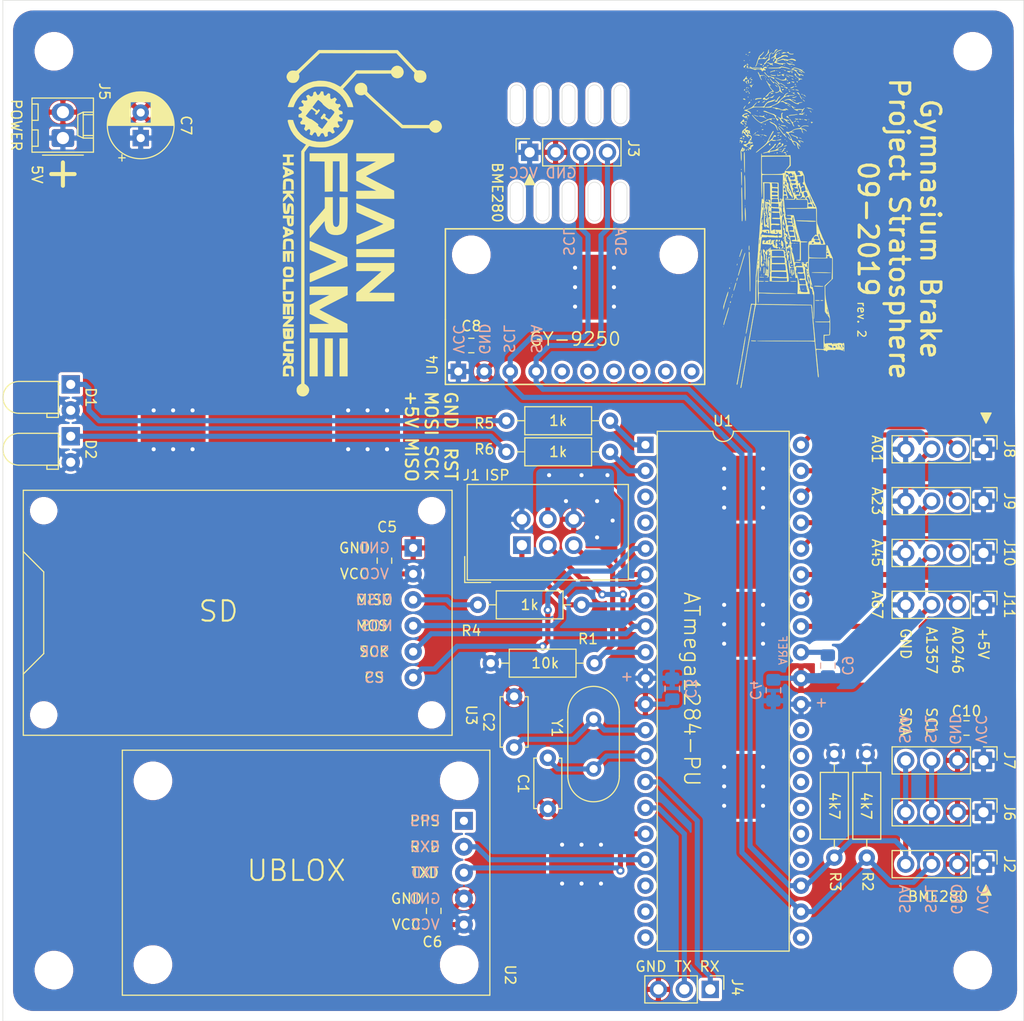
<source format=kicad_pcb>
(kicad_pcb (version 20171130) (host pcbnew 5.1.4)
  (layers (0 F.Cu signal) (31 B.Cu signal) (34 B.Paste user) (35 F.Paste user) (36 B.SilkS user) (37 F.SilkS user) (38 B.Mask user) (39 F.Mask user) (44 Edge.Cuts user))
  (net 0 "")
  (net 1 GND)
  (net 2 "Net-(C1-Pad1)")
  (net 3 "Net-(C2-Pad1)")
  (net 4 +5V)
  (net 5 /~RST)
  (net 6 /MOSI)
  (net 7 /SCK)
  (net 8 /MISO)
  (net 9 /SCL)
  (net 10 /SDA)
  (net 11 /TX1)
  (net 12 /RX1)
  (net 13 /TX0)
  (net 14 /RX0)
  (net 15 /~SS)
  (net 16 "Net-(R4-Pad1)")
  (net 17 "Net-(D1-Pad1)")
  (net 18 "Net-(D2-Pad1)")
  (net 19 /LED0)
  (net 20 /LED1)
  (net 21 "Net-(C9-Pad1)")
  (net 22 /A1)
  (net 23 /A0)
  (net 24 /A3)
  (net 25 /A2)
  (net 26 /A5)
  (net 27 /A4)
  (net 28 /A7)
  (net 29 /A6)
  (module ublox:GY-9250 (layer F.Cu) (at 106.045 81.28 90)
    (fp_text reference U4 (at -4.445 -13.97 270) (layer F.SilkS))
    (fp_text value GY-9250 (at -1.905 0 180) (layer F.SilkS) (effects (font (size 1.3 1.3))))
    (pad "" np_thru_hole circle (at 6.35 10.16 90) (size 3.2 3.2) (drill 3.2) (layers *.Cu *.Mask))
    (pad "" np_thru_hole circle (at 6.35 -10.16 90) (size 3.2 3.2) (drill 3.2) (layers *.Cu *.Mask))
    (pad 10 thru_hole circle (at -5.08 11.43 90) (size 1.524 1.524) (drill 0.8) (layers *.Cu *.Mask))
    (pad 9 thru_hole circle (at -5.08 8.89 90) (size 1.524 1.524) (drill 0.8) (layers *.Cu *.Mask))
    (pad 8 thru_hole circle (at -5.08 6.35 90) (size 1.524 1.524) (drill 0.8) (layers *.Cu *.Mask))
    (pad 7 thru_hole circle (at -5.08 3.81 90) (size 1.524 1.524) (drill 0.8) (layers *.Cu *.Mask))
    (pad 6 thru_hole circle (at -5.08 1.27 90) (size 1.524 1.524) (drill 0.8) (layers *.Cu *.Mask))
    (pad 5 thru_hole circle (at -5.08 -1.27 90) (size 1.524 1.524) (drill 0.8) (layers *.Cu *.Mask))
    (pad 4 thru_hole circle (at -5.08 -3.81 90) (size 1.524 1.524) (drill 0.8) (layers *.Cu *.Mask) (net 10 /SDA))
    (pad 3 thru_hole circle (at -5.08 -6.35 90) (size 1.524 1.524) (drill 0.8) (layers *.Cu *.Mask) (net 9 /SCL))
    (pad 2 thru_hole circle (at -5.08 -8.89 90) (size 1.524 1.524) (drill 0.8) (layers *.Cu *.Mask) (net 1 GND))
    (pad 1 thru_hole rect (at -5.08 -11.43 90) (size 1.524 1.524) (drill 0.8) (layers *.Cu *.Mask) (net 4 +5V))
  )
  (module Capacitor_THT:C_Disc_D4.7mm_W2.5mm_P5.00mm (layer F.Cu) (at 100.076 123.19 90)
    (fp_text reference C2 (at 2.5 -2.5 270 unlocked) (layer F.SilkS))
    (fp_text value 12p)
    (pad 2 thru_hole circle (at 5 0 90) (size 1.6 1.6) (drill 0.8) (layers *.Cu *.Mask) (net 1 GND))
    (pad 1 thru_hole circle (at 0 0 90) (size 1.6 1.6) (drill 0.8) (layers *.Cu *.Mask) (net 3 "Net-(C2-Pad1)"))
  )
  (module Capacitor_THT:C_Disc_D4.7mm_W2.5mm_P5.00mm (layer F.Cu) (at 103.378 124.206 270)
    (fp_text reference C1 (at 2.54 2.413 270 unlocked) (layer F.SilkS))
    (fp_text value 12p)
    (pad 2 thru_hole circle (at 5 0 270) (size 1.6 1.6) (drill 0.8) (layers *.Cu *.Mask) (net 1 GND))
    (pad 1 thru_hole circle (at 0 0 270) (size 1.6 1.6) (drill 0.8) (layers *.Cu *.Mask) (net 2 "Net-(C1-Pad1)"))
  )
  (module Connector_PinHeader_2.54mm:PinHeader_1x04_P2.54mm_Vertical (layer F.Cu) (at 146.05 109.22 270)
    (fp_text reference J11 (at 0 -2.54 270 unlocked) (layer F.SilkS))
    (fp_text value A67 (at 0 10.414 270 unlocked) (layer F.SilkS))
    (pad 4 thru_hole oval (at 0 7.62 270) (size 1.7 1.7) (drill 1) (layers *.Cu *.Mask) (net 1 GND))
    (pad 3 thru_hole oval (at 0 5.08 270) (size 1.7 1.7) (drill 1) (layers *.Cu *.Mask) (net 28 /A7))
    (pad 2 thru_hole oval (at 0 2.54 270) (size 1.7 1.7) (drill 1) (layers *.Cu *.Mask) (net 29 /A6))
    (pad 1 thru_hole rect (at 0 0 270) (size 1.7 1.7) (drill 1) (layers *.Cu *.Mask) (net 4 +5V))
  )
  (module Connector_PinHeader_2.54mm:PinHeader_1x04_P2.54mm_Vertical (layer F.Cu) (at 146.05 104.14 270)
    (fp_text reference J10 (at 0 -2.54 270 unlocked) (layer F.SilkS))
    (fp_text value A45 (at 0 10.414 270 unlocked) (layer F.SilkS))
    (pad 4 thru_hole oval (at 0 7.62 270) (size 1.7 1.7) (drill 1) (layers *.Cu *.Mask) (net 1 GND))
    (pad 3 thru_hole oval (at 0 5.08 270) (size 1.7 1.7) (drill 1) (layers *.Cu *.Mask) (net 26 /A5))
    (pad 2 thru_hole oval (at 0 2.54 270) (size 1.7 1.7) (drill 1) (layers *.Cu *.Mask) (net 27 /A4))
    (pad 1 thru_hole rect (at 0 0 270) (size 1.7 1.7) (drill 1) (layers *.Cu *.Mask) (net 4 +5V))
  )
  (module Connector_PinHeader_2.54mm:PinHeader_1x04_P2.54mm_Vertical (layer F.Cu) (at 146.05 99.06 270)
    (fp_text reference J9 (at 0 -2.54 270 unlocked) (layer F.SilkS))
    (fp_text value A23 (at 0 10.414 270 unlocked) (layer F.SilkS))
    (pad 4 thru_hole oval (at 0 7.62 270) (size 1.7 1.7) (drill 1) (layers *.Cu *.Mask) (net 1 GND))
    (pad 3 thru_hole oval (at 0 5.08 270) (size 1.7 1.7) (drill 1) (layers *.Cu *.Mask) (net 24 /A3))
    (pad 2 thru_hole oval (at 0 2.54 270) (size 1.7 1.7) (drill 1) (layers *.Cu *.Mask) (net 25 /A2))
    (pad 1 thru_hole rect (at 0 0 270) (size 1.7 1.7) (drill 1) (layers *.Cu *.Mask) (net 4 +5V))
  )
  (module Connector_PinHeader_2.54mm:PinHeader_1x04_P2.54mm_Vertical (layer F.Cu) (at 146.05 93.98 270)
    (fp_text reference J8 (at 0 -2.54 270 unlocked) (layer F.SilkS))
    (fp_text value A01 (at 0 10.414 270 unlocked) (layer F.SilkS))
    (pad 4 thru_hole oval (at 0 7.62 270) (size 1.7 1.7) (drill 1) (layers *.Cu *.Mask) (net 1 GND))
    (pad 3 thru_hole oval (at 0 5.08 270) (size 1.7 1.7) (drill 1) (layers *.Cu *.Mask) (net 22 /A1))
    (pad 2 thru_hole oval (at 0 2.54 270) (size 1.7 1.7) (drill 1) (layers *.Cu *.Mask) (net 23 /A0))
    (pad 1 thru_hole rect (at 0 0 270) (size 1.7 1.7) (drill 1) (layers *.Cu *.Mask) (net 4 +5V))
  )
  (module Connector_PinHeader_2.54mm:PinHeader_1x04_P2.54mm_Vertical (layer F.Cu) (at 146.05 124.46 270)
    (fp_text reference J7 (at 0 -2.54 270 unlocked) (layer F.SilkS))
    (fp_text value I2C)
    (pad 4 thru_hole oval (at 0 7.62 270) (size 1.7 1.7) (drill 1) (layers *.Cu *.Mask) (net 10 /SDA))
    (pad 3 thru_hole oval (at 0 5.08 270) (size 1.7 1.7) (drill 1) (layers *.Cu *.Mask) (net 9 /SCL))
    (pad 2 thru_hole oval (at 0 2.54 270) (size 1.7 1.7) (drill 1) (layers *.Cu *.Mask) (net 1 GND))
    (pad 1 thru_hole rect (at 0 0 270) (size 1.7 1.7) (drill 1) (layers *.Cu *.Mask) (net 4 +5V))
  )
  (module Connector_PinHeader_2.54mm:PinHeader_1x04_P2.54mm_Vertical (layer F.Cu) (at 146.05 129.54 270)
    (fp_text reference J6 (at 0 -2.54 270 unlocked) (layer F.SilkS))
    (fp_text value I2C)
    (pad 4 thru_hole oval (at 0 7.62 270) (size 1.7 1.7) (drill 1) (layers *.Cu *.Mask) (net 10 /SDA))
    (pad 3 thru_hole oval (at 0 5.08 270) (size 1.7 1.7) (drill 1) (layers *.Cu *.Mask) (net 9 /SCL))
    (pad 2 thru_hole oval (at 0 2.54 270) (size 1.7 1.7) (drill 1) (layers *.Cu *.Mask) (net 1 GND))
    (pad 1 thru_hole rect (at 0 0 270) (size 1.7 1.7) (drill 1) (layers *.Cu *.Mask) (net 4 +5V))
  )
  (module Capacitor_SMD:C_0805_2012Metric_Pad1.15x1.40mm_HandSolder (layer F.Cu) (at 144.39 121.285)
    (fp_text reference C10 (at 0 -1.65) (layer F.SilkS))
    (fp_text value 100n)
    (pad 2 smd roundrect (at 1.025 0) (size 1.15 1.4) (layers F.Cu F.Paste F.Mask) (roundrect_rratio 0.217391) (net 4 +5V))
    (pad 1 smd roundrect (at -1.025 0) (size 1.15 1.4) (layers F.Cu F.Paste F.Mask) (roundrect_rratio 0.217391) (net 1 GND))
  )
  (module Capacitor_SMD:C_0805_2012Metric_Pad1.15x1.40mm_HandSolder (layer B.Cu) (at 130.81 115.18 270)
    (fp_text reference C9 (at 0 -1.905 270 unlocked) (layer B.SilkS) (effects (justify mirror)))
    (fp_text value 100n)
    (pad 2 smd roundrect (at 1.025 0 270) (size 1.15 1.4) (layers B.Cu B.Paste B.Mask) (roundrect_rratio 0.217391) (net 1 GND))
    (pad 1 smd roundrect (at -1.025 0 270) (size 1.15 1.4) (layers B.Cu B.Paste B.Mask) (roundrect_rratio 0.217391) (net 21 "Net-(C9-Pad1)"))
  )
  (module Capacitor_SMD:C_0805_2012Metric_Pad1.15x1.40mm_HandSolder (layer F.Cu) (at 95.885 83.82 180)
    (fp_text reference C8 (at 0 1.905) (layer F.SilkS))
    (fp_text value 100n)
    (pad 2 smd roundrect (at 1.025 0 180) (size 1.15 1.4) (layers F.Cu F.Paste F.Mask) (roundrect_rratio 0.217391) (net 4 +5V))
    (pad 1 smd roundrect (at -1.025 0 180) (size 1.15 1.4) (layers F.Cu F.Paste F.Mask) (roundrect_rratio 0.217391) (net 1 GND))
  )
  (module ublox:logo (layer F.Cu) (at 127 71.12 270)
    (fp_text reference G*** hide)
    (fp_text value LOGO hide)
  )
  (module ublox:logo2_front (layer F.Cu) (at 85.09 71.755 270)
    (fp_text reference G*** hide)
    (fp_text value LOGO hide)
  )
  (module Connector_Molex:Molex_KK-254_AE-6410-02A_1x02_P2.54mm_Vertical (layer F.Cu) (at 55.88 63.5 90)
    (fp_text reference J5 (at 4.572 4.064 270 unlocked) (layer F.SilkS))
    (fp_text value POWER (at 1.27 -4.572 270 unlocked) (layer F.SilkS))
    (pad 2 thru_hole oval (at 2.54 0 90) (size 1.74 2.2) (drill 1.2) (layers *.Cu *.Mask) (net 1 GND))
    (pad 1 thru_hole roundrect (at 0 0 90) (size 1.74 2.2) (drill 1.2) (layers *.Cu *.Mask) (roundrect_rratio 0.143678) (net 4 +5V))
  )
  (module Capacitor_THT:CP_Radial_D6.3mm_P2.50mm (layer F.Cu) (at 63.5 63.5 90)
    (fp_text reference C7 (at 1.25 4.445 270 unlocked) (layer F.SilkS))
    (fp_text value 47u)
    (pad 2 thru_hole circle (at 2.5 0 90) (size 1.6 1.6) (drill 0.8) (layers *.Cu *.Mask) (net 1 GND))
    (pad 1 thru_hole rect (at 0 0 90) (size 1.6 1.6) (drill 0.8) (layers *.Cu *.Mask) (net 4 +5V))
  )
  (module LED_THT:LED_D3.0mm_Horizontal_O1.27mm_Z2.0mm (layer F.Cu) (at 56.642 92.71 270)
    (fp_text reference D2 (at 1.27 -1.96 270 unlocked) (layer F.SilkS))
    (fp_text value RED)
    (pad 2 thru_hole circle (at 2.54 0 270) (size 1.8 1.8) (drill 0.9) (layers *.Cu *.Mask) (net 4 +5V))
    (pad 1 thru_hole rect (at 0 0 270) (size 1.8 1.8) (drill 0.9) (layers *.Cu *.Mask) (net 18 "Net-(D2-Pad1)"))
  )
  (module LED_THT:LED_D3.0mm_Horizontal_O1.27mm_Z2.0mm (layer F.Cu) (at 56.642 87.63 270)
    (fp_text reference D1 (at 1.27 -1.96 270 unlocked) (layer F.SilkS))
    (fp_text value GREEN)
    (pad 2 thru_hole circle (at 2.54 0 270) (size 1.8 1.8) (drill 0.9) (layers *.Cu *.Mask) (net 4 +5V))
    (pad 1 thru_hole rect (at 0 0 270) (size 1.8 1.8) (drill 0.9) (layers *.Cu *.Mask) (net 17 "Net-(D1-Pad1)"))
  )
  (module Resistor_THT:R_Axial_DIN0207_L6.3mm_D2.5mm_P10.16mm_Horizontal (layer F.Cu) (at 109.474 94.234 180)
    (fp_text reference R6 (at 12.319 0.254) (layer F.SilkS))
    (fp_text value 1k (at 5.08 0) (layer F.SilkS))
    (pad 2 thru_hole oval (at 10.16 0 180) (size 1.6 1.6) (drill 0.8) (layers *.Cu *.Mask) (net 18 "Net-(D2-Pad1)"))
    (pad 1 thru_hole circle (at 0 0 180) (size 1.6 1.6) (drill 0.8) (layers *.Cu *.Mask) (net 20 /LED1))
  )
  (module Resistor_THT:R_Axial_DIN0207_L6.3mm_D2.5mm_P10.16mm_Horizontal (layer F.Cu) (at 109.474 91.186 180)
    (fp_text reference R5 (at 12.319 -0.254) (layer F.SilkS))
    (fp_text value 1k (at 5.08 0) (layer F.SilkS))
    (pad 2 thru_hole oval (at 10.16 0 180) (size 1.6 1.6) (drill 0.8) (layers *.Cu *.Mask) (net 17 "Net-(D1-Pad1)"))
    (pad 1 thru_hole circle (at 0 0 180) (size 1.6 1.6) (drill 0.8) (layers *.Cu *.Mask) (net 19 /LED0))
  )
  (module Capacitor_SMD:C_0805_2012Metric_Pad1.15x1.40mm_HandSolder (layer F.Cu) (at 92.202 139.201 270)
    (fp_text reference C6 (at 3.039 0.127 180) (layer F.SilkS))
    (fp_text value 100n)
    (pad 2 smd roundrect (at 1.025 0 270) (size 1.15 1.4) (layers F.Cu F.Paste F.Mask) (roundrect_rratio 0.217391) (net 4 +5V))
    (pad 1 smd roundrect (at -1.025 0 270) (size 1.15 1.4) (layers F.Cu F.Paste F.Mask) (roundrect_rratio 0.217391) (net 1 GND))
  )
  (module Capacitor_SMD:C_0805_2012Metric_Pad1.15x1.40mm_HandSolder (layer F.Cu) (at 87.376 104.893 270)
    (fp_text reference C5 (at -3.293 -0.254) (layer F.SilkS))
    (fp_text value 100n)
    (pad 2 smd roundrect (at 1.025 0 270) (size 1.15 1.4) (layers F.Cu F.Paste F.Mask) (roundrect_rratio 0.217391) (net 4 +5V))
    (pad 1 smd roundrect (at -1.025 0 270) (size 1.15 1.4) (layers F.Cu F.Paste F.Mask) (roundrect_rratio 0.217391) (net 1 GND))
  )
  (module Capacitor_SMD:C_0805_2012Metric_Pad1.15x1.40mm_HandSolder (layer B.Cu) (at 125.476 117.593 270)
    (fp_text reference C4 (at 0 1.778 270 unlocked) (layer B.SilkS) (effects (justify mirror)))
    (fp_text value 100n)
    (pad 2 smd roundrect (at 1.025 0 270) (size 1.15 1.4) (layers B.Cu B.Paste B.Mask) (roundrect_rratio 0.217391) (net 4 +5V))
    (pad 1 smd roundrect (at -1.025 0 270) (size 1.15 1.4) (layers B.Cu B.Paste B.Mask) (roundrect_rratio 0.217391) (net 1 GND))
  )
  (module MountingHole:MountingHole_3.2mm_M3_DIN965 (layer F.Cu) (at 55 55)
    (fp_text reference REF** hide)
    (fp_text value MountingHole_3.2mm_M3_DIN965 hide)
    (pad 1 np_thru_hole circle (at 0 0) (size 3.2 3.2) (drill 3.2) (layers *.Cu *.Mask))
  )
  (module MountingHole:MountingHole_3.2mm_M3_DIN965 (layer F.Cu) (at 145 55)
    (fp_text reference REF** hide)
    (fp_text value MountingHole_3.2mm_M3_DIN965 hide)
    (pad 1 np_thru_hole circle (at 0 0) (size 3.2 3.2) (drill 3.2) (layers *.Cu *.Mask))
  )
  (module MountingHole:MountingHole_3.2mm_M3_DIN965 (layer F.Cu) (at 145 145)
    (fp_text reference e hide)
    (fp_text value MountingHole_3.2mm_M3_DIN965 hide)
    (pad 1 np_thru_hole circle (at 0 0) (size 3.2 3.2) (drill 3.2) (layers *.Cu *.Mask))
  )
  (module MountingHole:MountingHole_3.2mm_M3_DIN965 (layer F.Cu) (at 55 145)
    (fp_text reference REF** hide)
    (fp_text value MountingHole_3.2mm_M3_DIN965 hide)
    (pad 1 np_thru_hole circle (at 0 0) (size 3.2 3.2) (drill 3.2) (layers *.Cu *.Mask))
  )
  (module ublox:SD (layer F.Cu) (at 94 110 90)
    (fp_text reference U3 (at -10.015 1.885 270 unlocked) (layer F.SilkS))
    (fp_text value SD (at 0.145 -22.88 180) (layer F.SilkS) (effects (font (size 2 2) (thickness 0.2))))
    (fp_text user CS (at -6.35 -7.62 unlocked) (layer B.SilkS) (effects (justify mirror)))
    (fp_text user SCK (at -3.81 -7.62 unlocked) (layer B.SilkS) (effects (justify mirror)))
    (fp_text user MOSI (at -1.27 -7.62 unlocked) (layer B.SilkS) (effects (justify mirror)))
    (fp_text user MISO (at 1.27 -7.62 unlocked) (layer B.SilkS) (effects (justify mirror)))
    (fp_text user VCC (at 3.81 -7.62 unlocked) (layer B.SilkS) (effects (justify mirror)))
    (fp_text user GND (at 6.35 -7.62 unlocked) (layer B.SilkS) (effects (justify mirror)))
    (fp_text user CS (at -6.35 -7.62) (layer F.SilkS))
    (fp_text user SCK (at -3.81 -7.62) (layer F.SilkS))
    (fp_text user MOSI (at -1.27 -7.62) (layer F.SilkS))
    (fp_text user MISO (at 1.27 -7.62) (layer F.SilkS))
    (fp_text user VCC (at 3.81 -9.545) (layer F.SilkS))
    (fp_text user GND (at 6.35 -9.545) (layer F.SilkS))
    (pad "" np_thru_hole circle (at 10 -40 90) (size 2.1 2.1) (drill 2.1) (layers *.Cu *.Mask))
    (pad "" np_thru_hole circle (at -10 -40 90) (size 2.1 2.1) (drill 2.1) (layers *.Cu *.Mask))
    (pad "" np_thru_hole circle (at -10 -2 90) (size 2.1 2.1) (drill 2.1) (layers *.Cu *.Mask))
    (pad "" np_thru_hole circle (at 10 -2 90) (size 2.1 2.1) (drill 2.1) (layers *.Cu *.Mask))
    (pad 6 thru_hole circle (at -6.35 -3.81 90) (size 1.7 1.7) (drill 0.8) (layers *.Cu *.Mask) (net 15 /~SS))
    (pad 5 thru_hole circle (at -3.81 -3.81 90) (size 1.7 1.7) (drill 0.8) (layers *.Cu *.Mask) (net 7 /SCK))
    (pad 4 thru_hole circle (at -1.27 -3.81 90) (size 1.7 1.7) (drill 0.8) (layers *.Cu *.Mask) (net 6 /MOSI))
    (pad 3 thru_hole circle (at 1.27 -3.81 90) (size 1.7 1.7) (drill 0.8) (layers *.Cu *.Mask) (net 16 "Net-(R4-Pad1)"))
    (pad 2 thru_hole circle (at 3.81 -3.81 90) (size 1.7 1.7) (drill 0.8) (layers *.Cu *.Mask) (net 4 +5V))
    (pad 1 thru_hole rect (at 6.35 -3.81 90) (size 1.7 1.7) (drill 0.8) (layers *.Cu *.Mask) (net 1 GND))
  )
  (module Resistor_THT:R_Axial_DIN0207_L6.3mm_D2.5mm_P10.16mm_Horizontal (layer F.Cu) (at 96.52 109.22)
    (fp_text reference R4 (at -0.635 2.54) (layer F.SilkS))
    (fp_text value 1k (at 5.08 0) (layer F.SilkS))
    (pad 2 thru_hole oval (at 10.16 0) (size 1.6 1.6) (drill 0.8) (layers *.Cu *.Mask) (net 8 /MISO))
    (pad 1 thru_hole circle (at 0 0) (size 1.6 1.6) (drill 0.8) (layers *.Cu *.Mask) (net 16 "Net-(R4-Pad1)"))
  )
  (module ublox:UBLOX (layer F.Cu) (at 97.7 135.46 90)
    (fp_text reference U2 (at -10 1.995 270 unlocked) (layer F.SilkS))
    (fp_text value UBLOX (at 0.205 -18.96 180) (layer F.SilkS) (effects (font (size 2 2) (thickness 0.2))))
    (fp_text user VCC (at -5.08 -6.35 unlocked) (layer B.SilkS) (effects (justify mirror)))
    (fp_text user GND (at -2.54 -6.35 unlocked) (layer B.SilkS) (effects (justify mirror)))
    (fp_text user TXD (at 0 -6.35 unlocked) (layer B.SilkS) (effects (justify mirror)))
    (fp_text user RXD (at 2.54 -6.35 unlocked) (layer B.SilkS) (effects (justify mirror)))
    (fp_text user PPS (at 5.08 -6.35 unlocked) (layer B.SilkS) (effects (justify mirror)))
    (fp_text user VCC (at -5.08 -8.165) (layer F.SilkS))
    (fp_text user GND (at -2.54 -8.165) (layer F.SilkS))
    (fp_text user TXD (at 0 -6.35) (layer F.SilkS))
    (fp_text user RXD (at 2.54 -6.35) (layer F.SilkS))
    (fp_text user PPS (at 5.08 -6.35) (layer F.SilkS))
    (pad 4 thru_hole circle (at -2.54 -2.54 90) (size 1.75 1.75) (drill 0.8) (layers *.Cu *.Mask) (net 1 GND))
    (pad 3 thru_hole circle (at 0 -2.54 90) (size 1.75 1.75) (drill 0.8) (layers *.Cu *.Mask) (net 12 /RX1))
    (pad 2 thru_hole circle (at 2.54 -2.54 90) (size 1.75 1.75) (drill 0.8) (layers *.Cu *.Mask) (net 11 /TX1))
    (pad 1 thru_hole rect (at 5.08 -2.54 90) (size 1.75 1.75) (drill 0.8) (layers *.Cu *.Mask))
    (pad 5 thru_hole circle (at -5.08 -2.54 90) (size 1.75 1.75) (drill 0.8) (layers *.Cu *.Mask) (net 4 +5V))
    (pad "" np_thru_hole circle (at 9 -3 90) (size 3.2 3.2) (drill 3.2) (layers *.Cu *.Mask))
    (pad "" np_thru_hole circle (at -9 -3 90) (size 3.2 3.2) (drill 3.2) (layers *.Cu *.Mask))
    (pad "" np_thru_hole circle (at 9 -33 90) (size 3.2 3.2) (drill 3.2) (layers *.Cu *.Mask))
    (pad "" np_thru_hole circle (at -9 -33 90) (size 3.2 3.2) (drill 3.2) (layers *.Cu *.Mask))
  )
  (module Connector_PinHeader_2.54mm:PinHeader_1x03_P2.54mm_Vertical (layer F.Cu) (at 119.29 146.89 270)
    (fp_text reference J4 (at -0.205 -2.63 270 unlocked) (layer F.SilkS))
    (fp_text value UART)
    (pad 3 thru_hole oval (at 0 5.08 270) (size 1.7 1.7) (drill 1) (layers *.Cu *.Mask) (net 1 GND))
    (pad 2 thru_hole oval (at 0 2.54 270) (size 1.7 1.7) (drill 1) (layers *.Cu *.Mask) (net 13 /TX0))
    (pad 1 thru_hole rect (at 0 0 270) (size 1.7 1.7) (drill 1) (layers *.Cu *.Mask) (net 14 /RX0))
  )
  (module Connector_PinSocket_2.54mm:PinSocket_1x04_P2.54mm_Vertical (layer F.Cu) (at 101.6 64.897 90)
    (fp_text reference J3 (at 0.381 10.16 270 unlocked) (layer F.SilkS))
    (fp_text value BME280 (at -3.937 -3.175 270 unlocked) (layer F.SilkS))
    (pad 4 thru_hole oval (at 0 7.62 90) (size 1.7 1.7) (drill 1) (layers *.Cu *.Mask) (net 10 /SDA))
    (pad 3 thru_hole oval (at 0 5.08 90) (size 1.7 1.7) (drill 1) (layers *.Cu *.Mask) (net 9 /SCL))
    (pad 2 thru_hole oval (at 0 2.54 90) (size 1.7 1.7) (drill 1) (layers *.Cu *.Mask) (net 1 GND))
    (pad 1 thru_hole rect (at 0 0 90) (size 1.7 1.7) (drill 1) (layers *.Cu *.Mask) (net 4 +5V))
  )
  (module Connector_PinHeader_2.54mm:PinHeader_1x04_P2.54mm_Vertical (layer F.Cu) (at 146.05 134.62 270)
    (fp_text reference J2 (at 0 -2.54 270 unlocked) (layer F.SilkS))
    (fp_text value BME280 (at 3.175 4.445 180) (layer F.SilkS))
    (pad 4 thru_hole oval (at 0 7.62 270) (size 1.7 1.7) (drill 1) (layers *.Cu *.Mask) (net 10 /SDA))
    (pad 3 thru_hole oval (at 0 5.08 270) (size 1.7 1.7) (drill 1) (layers *.Cu *.Mask) (net 9 /SCL))
    (pad 2 thru_hole oval (at 0 2.54 270) (size 1.7 1.7) (drill 1) (layers *.Cu *.Mask) (net 1 GND))
    (pad 1 thru_hole rect (at 0 0 270) (size 1.7 1.7) (drill 1) (layers *.Cu *.Mask) (net 4 +5V))
  )
  (module Crystal:Crystal_HC49-U_Vertical (layer F.Cu) (at 107.86 125.3 90)
    (fp_text reference Y1 (at 4.015 -3.593 270 unlocked) (layer F.SilkS))
    (fp_text value 12MHz)
    (pad 2 thru_hole circle (at 4.88 0 90) (size 1.5 1.5) (drill 0.8) (layers *.Cu *.Mask) (net 3 "Net-(C2-Pad1)"))
    (pad 1 thru_hole circle (at 0 0 90) (size 1.5 1.5) (drill 0.8) (layers *.Cu *.Mask) (net 2 "Net-(C1-Pad1)"))
  )
  (module Package_DIP:DIP-40_W15.24mm (layer F.Cu) (at 112.94 93.55)
    (fp_text reference U1 (at 7.62 -2.33) (layer F.SilkS))
    (fp_text value ATmega1284-PU (at 4.535 23.925 270 unlocked) (layer F.SilkS) (effects (font (size 1.5 1.5))))
    (pad 40 thru_hole oval (at 15.24 0) (size 1.6 1.6) (drill 0.8) (layers *.Cu *.Mask) (net 23 /A0))
    (pad 20 thru_hole oval (at 0 48.26) (size 1.6 1.6) (drill 0.8) (layers *.Cu *.Mask))
    (pad 39 thru_hole oval (at 15.24 2.54) (size 1.6 1.6) (drill 0.8) (layers *.Cu *.Mask) (net 22 /A1))
    (pad 19 thru_hole oval (at 0 45.72) (size 1.6 1.6) (drill 0.8) (layers *.Cu *.Mask))
    (pad 38 thru_hole oval (at 15.24 5.08) (size 1.6 1.6) (drill 0.8) (layers *.Cu *.Mask) (net 25 /A2))
    (pad 18 thru_hole oval (at 0 43.18) (size 1.6 1.6) (drill 0.8) (layers *.Cu *.Mask))
    (pad 37 thru_hole oval (at 15.24 7.62) (size 1.6 1.6) (drill 0.8) (layers *.Cu *.Mask) (net 24 /A3))
    (pad 17 thru_hole oval (at 0 40.64) (size 1.6 1.6) (drill 0.8) (layers *.Cu *.Mask) (net 11 /TX1))
    (pad 36 thru_hole oval (at 15.24 10.16) (size 1.6 1.6) (drill 0.8) (layers *.Cu *.Mask) (net 27 /A4))
    (pad 16 thru_hole oval (at 0 38.1) (size 1.6 1.6) (drill 0.8) (layers *.Cu *.Mask) (net 12 /RX1))
    (pad 35 thru_hole oval (at 15.24 12.7) (size 1.6 1.6) (drill 0.8) (layers *.Cu *.Mask) (net 26 /A5))
    (pad 15 thru_hole oval (at 0 35.56) (size 1.6 1.6) (drill 0.8) (layers *.Cu *.Mask) (net 13 /TX0))
    (pad 34 thru_hole oval (at 15.24 15.24) (size 1.6 1.6) (drill 0.8) (layers *.Cu *.Mask) (net 29 /A6))
    (pad 14 thru_hole oval (at 0 33.02) (size 1.6 1.6) (drill 0.8) (layers *.Cu *.Mask) (net 14 /RX0))
    (pad 33 thru_hole oval (at 15.24 17.78) (size 1.6 1.6) (drill 0.8) (layers *.Cu *.Mask) (net 28 /A7))
    (pad 13 thru_hole oval (at 0 30.48) (size 1.6 1.6) (drill 0.8) (layers *.Cu *.Mask) (net 2 "Net-(C1-Pad1)"))
    (pad 32 thru_hole oval (at 15.24 20.32) (size 1.6 1.6) (drill 0.8) (layers *.Cu *.Mask) (net 21 "Net-(C9-Pad1)"))
    (pad 12 thru_hole oval (at 0 27.94) (size 1.6 1.6) (drill 0.8) (layers *.Cu *.Mask) (net 3 "Net-(C2-Pad1)"))
    (pad 31 thru_hole oval (at 15.24 22.86) (size 1.6 1.6) (drill 0.8) (layers *.Cu *.Mask) (net 1 GND))
    (pad 11 thru_hole oval (at 0 25.4) (size 1.6 1.6) (drill 0.8) (layers *.Cu *.Mask) (net 1 GND))
    (pad 30 thru_hole oval (at 15.24 25.4) (size 1.6 1.6) (drill 0.8) (layers *.Cu *.Mask) (net 4 +5V))
    (pad 10 thru_hole oval (at 0 22.86) (size 1.6 1.6) (drill 0.8) (layers *.Cu *.Mask) (net 4 +5V))
    (pad 29 thru_hole oval (at 15.24 27.94) (size 1.6 1.6) (drill 0.8) (layers *.Cu *.Mask))
    (pad 9 thru_hole oval (at 0 20.32) (size 1.6 1.6) (drill 0.8) (layers *.Cu *.Mask) (net 5 /~RST))
    (pad 28 thru_hole oval (at 15.24 30.48) (size 1.6 1.6) (drill 0.8) (layers *.Cu *.Mask))
    (pad 8 thru_hole oval (at 0 17.78) (size 1.6 1.6) (drill 0.8) (layers *.Cu *.Mask) (net 7 /SCK))
    (pad 27 thru_hole oval (at 15.24 33.02) (size 1.6 1.6) (drill 0.8) (layers *.Cu *.Mask))
    (pad 7 thru_hole oval (at 0 15.24) (size 1.6 1.6) (drill 0.8) (layers *.Cu *.Mask) (net 8 /MISO))
    (pad 26 thru_hole oval (at 15.24 35.56) (size 1.6 1.6) (drill 0.8) (layers *.Cu *.Mask))
    (pad 6 thru_hole oval (at 0 12.7) (size 1.6 1.6) (drill 0.8) (layers *.Cu *.Mask) (net 6 /MOSI))
    (pad 25 thru_hole oval (at 15.24 38.1) (size 1.6 1.6) (drill 0.8) (layers *.Cu *.Mask))
    (pad 5 thru_hole oval (at 0 10.16) (size 1.6 1.6) (drill 0.8) (layers *.Cu *.Mask) (net 15 /~SS))
    (pad 24 thru_hole oval (at 15.24 40.64) (size 1.6 1.6) (drill 0.8) (layers *.Cu *.Mask))
    (pad 4 thru_hole oval (at 0 7.62) (size 1.6 1.6) (drill 0.8) (layers *.Cu *.Mask))
    (pad 23 thru_hole oval (at 15.24 43.18) (size 1.6 1.6) (drill 0.8) (layers *.Cu *.Mask) (net 10 /SDA))
    (pad 3 thru_hole oval (at 0 5.08) (size 1.6 1.6) (drill 0.8) (layers *.Cu *.Mask))
    (pad 22 thru_hole oval (at 15.24 45.72) (size 1.6 1.6) (drill 0.8) (layers *.Cu *.Mask) (net 9 /SCL))
    (pad 2 thru_hole oval (at 0 2.54) (size 1.6 1.6) (drill 0.8) (layers *.Cu *.Mask) (net 20 /LED1))
    (pad 21 thru_hole oval (at 15.24 48.26) (size 1.6 1.6) (drill 0.8) (layers *.Cu *.Mask))
    (pad 1 thru_hole rect (at 0 0) (size 1.6 1.6) (drill 0.8) (layers *.Cu *.Mask) (net 19 /LED0))
  )
  (module Resistor_THT:R_Axial_DIN0207_L6.3mm_D2.5mm_P10.16mm_Horizontal (layer F.Cu) (at 131.445 123.825 270)
    (fp_text reference R3 (at 12.495 -0.09 270 unlocked) (layer F.SilkS))
    (fp_text value 4k7 (at 5.08 0 270 unlocked) (layer F.SilkS))
    (pad 2 thru_hole oval (at 10.16 0 270) (size 1.6 1.6) (drill 0.8) (layers *.Cu *.Mask) (net 10 /SDA))
    (pad 1 thru_hole circle (at 0 0 270) (size 1.6 1.6) (drill 0.8) (layers *.Cu *.Mask) (net 4 +5V))
  )
  (module Resistor_THT:R_Axial_DIN0207_L6.3mm_D2.5mm_P10.16mm_Horizontal (layer F.Cu) (at 134.62 123.825 270)
    (fp_text reference R2 (at 12.495 -0.09 270 unlocked) (layer F.SilkS))
    (fp_text value 4k7 (at 5.08 0.0635 270 unlocked) (layer F.SilkS))
    (pad 2 thru_hole oval (at 10.16 0 270) (size 1.6 1.6) (drill 0.8) (layers *.Cu *.Mask) (net 9 /SCL))
    (pad 1 thru_hole circle (at 0 0 270) (size 1.6 1.6) (drill 0.8) (layers *.Cu *.Mask) (net 4 +5V))
  )
  (module Resistor_THT:R_Axial_DIN0207_L6.3mm_D2.5mm_P10.16mm_Horizontal (layer F.Cu) (at 97.79 114.935)
    (fp_text reference R1 (at 9.525 -2.37) (layer F.SilkS))
    (fp_text value 10k (at 5.334 0) (layer F.SilkS))
    (pad 2 thru_hole oval (at 10.16 0) (size 1.6 1.6) (drill 0.8) (layers *.Cu *.Mask) (net 5 /~RST))
    (pad 1 thru_hole circle (at 0 0) (size 1.6 1.6) (drill 0.8) (layers *.Cu *.Mask) (net 4 +5V))
  )
  (module Connector_IDC:IDC-Header_2x03_P2.54mm_Vertical (layer F.Cu) (at 100.838 103.378 90)
    (fp_text reference J1 (at 6.858 -4.953) (layer F.SilkS))
    (fp_text value ISP (at 6.858 -2.413 180) (layer F.SilkS))
    (pad 6 thru_hole oval (at 2.54 5.08 90) (size 1.7272 1.7272) (drill 1.016) (layers *.Cu *.Mask) (net 1 GND))
    (pad 5 thru_hole oval (at 0 5.08 90) (size 1.7272 1.7272) (drill 1.016) (layers *.Cu *.Mask) (net 5 /~RST))
    (pad 4 thru_hole oval (at 2.54 2.54 90) (size 1.7272 1.7272) (drill 1.016) (layers *.Cu *.Mask) (net 6 /MOSI))
    (pad 3 thru_hole oval (at 0 2.54 90) (size 1.7272 1.7272) (drill 1.016) (layers *.Cu *.Mask) (net 7 /SCK))
    (pad 2 thru_hole oval (at 2.54 0 90) (size 1.7272 1.7272) (drill 1.016) (layers *.Cu *.Mask) (net 4 +5V))
    (pad 1 thru_hole rect (at 0 0 90) (size 1.7272 1.7272) (drill 1.016) (layers *.Cu *.Mask) (net 8 /MISO))
  )
  (module Capacitor_SMD:C_0805_2012Metric_Pad1.15x1.40mm_HandSolder (layer B.Cu) (at 115.57 117.435 90)
    (fp_text reference C3 (at 0 1.778 270 unlocked) (layer B.SilkS) (effects (justify mirror)))
    (fp_text value 100n)
    (pad 2 smd roundrect (at 1.025 0 90) (size 1.15 1.4) (layers B.Cu B.Paste B.Mask) (roundrect_rratio 0.217391) (net 4 +5V))
    (pad 1 smd roundrect (at -1.025 0 90) (size 1.15 1.4) (layers B.Cu B.Paste B.Mask) (roundrect_rratio 0.217391) (net 1 GND))
  )
  (gr_text "rev. 2" (at 134.112 81.28 270) (layer F.SilkS) (effects (font (size 0.8 0.8) (thickness 0.12))))
  (gr_text GND (at 143.383 138.049 270) (layer B.SilkS) (effects (font (size 1 1)) (justify mirror)))
  (gr_text VCC (at 145.923 138.049 270) (layer B.SilkS) (effects (font (size 1 1)) (justify mirror)))
  (gr_text VCC (at 145.796 121.412 270) (layer B.SilkS) (effects (font (size 1 1)) (justify mirror)))
  (gr_text GND (at 143.256 121.412 270) (layer B.SilkS) (effects (font (size 1 1)) (justify mirror)))
  (gr_text + (at 130.175 118.745) (layer B.SilkS) (effects (font (size 1 1)) (justify mirror)))
  (gr_text + (at 111.125 116.205) (layer B.SilkS) (effects (font (size 1 1)) (justify mirror)))
  (gr_text AREF (at 126.365 113.665 270) (layer B.SilkS) (effects (font (size 0.8 0.8) (thickness 0.12)) (justify mirror)))
  (gr_text "GND VCC" (at 102.87 66.929) (layer B.SilkS) (effects (font (size 1 1)) (justify mirror)))
  (gr_text GND (at 97.155 83.185 270) (layer B.SilkS) (effects (font (size 1 1)) (justify mirror)))
  (gr_text VCC (at 94.615 83.185 270) (layer B.SilkS) (effects (font (size 1 1)) (justify mirror)))
  (gr_text SCL (at 105.41 73.66 270) (layer B.SilkS) (effects (font (size 1 1)) (justify mirror)))
  (gr_text SDA (at 110.49 73.66 270) (layer B.SilkS) (effects (font (size 1 1)) (justify mirror)))
  (gr_text SCL (at 99.568 83.185 270) (layer B.SilkS) (effects (font (size 1 1)) (justify mirror)))
  (gr_text SDA (at 102.235 83.185 270) (layer B.SilkS) (effects (font (size 1 1)) (justify mirror)))
  (gr_text SDA (at 138.303 138.049 270) (layer B.SilkS) (effects (font (size 1 1)) (justify mirror)))
  (gr_text SCL (at 140.843 138.049 270) (layer B.SilkS) (effects (font (size 1 1)) (justify mirror)))
  (gr_text SDA (at 138.303 121.412 270) (layer B.SilkS) (effects (font (size 1 1)) (justify mirror)))
  (gr_text SCL (at 140.843 121.412 270) (layer B.SilkS) (effects (font (size 1 1)) (justify mirror)))
  (gr_text "GND TX RX" (at 116.078 144.653) (layer F.SilkS) (effects (font (size 1 1))))
  (gr_text 5V (at 53.34 67.056 270) (layer F.SilkS) (effects (font (size 1 1))))
  (gr_poly (pts (xy 146.304 91.44) (xy 146.812 90.424) (xy 145.796 90.424)) (layer F.SilkS) (width 0.1))
  (gr_poly (pts (xy 146.304 136.652) (xy 146.812 137.668) (xy 145.796 137.668)) (layer F.SilkS) (width 0.1))
  (gr_poly (pts (xy 101.6 67.056) (xy 102.108 68.072) (xy 101.092 68.072)) (layer F.SilkS) (width 0.1))
  (gr_text SCL (at 140.97 120.65 270) (layer F.SilkS) (effects (font (size 1 1))))
  (gr_text SDA (at 138.43 120.65 270) (layer F.SilkS) (effects (font (size 1 1))))
  (gr_text A0246 (at 143.51 113.665 270) (layer F.SilkS) (effects (font (size 1 1))))
  (gr_text "A1357\n" (at 140.97 113.665 270) (layer F.SilkS) (effects (font (size 1 1))))
  (gr_text GND (at 138.43 113.03 270) (layer F.SilkS) (effects (font (size 1 1))))
  (gr_text +5V (at 146.05 113.03 270) (layer F.SilkS) (effects (font (size 1 1))))
  (gr_arc (start 110.49 61.468) (end 109.855 61.468) (angle -180) (layer Edge.Cuts) (width 0.05))
  (gr_line (start 109.855 58.928) (end 109.855 61.468) (layer Edge.Cuts) (width 0.05))
  (gr_line (start 111.125 58.928) (end 111.125 61.468) (layer Edge.Cuts) (width 0.05))
  (gr_arc (start 110.49 58.928) (end 111.125 58.928) (angle -180) (layer Edge.Cuts) (width 0.05))
  (gr_arc (start 100.33 68.453) (end 100.965 68.453) (angle -180) (layer Edge.Cuts) (width 0.05))
  (gr_line (start 99.695 68.453) (end 99.695 70.993) (layer Edge.Cuts) (width 0.05))
  (gr_line (start 100.965 68.453) (end 100.965 70.993) (layer Edge.Cuts) (width 0.05))
  (gr_arc (start 100.33 70.993) (end 99.695 70.993) (angle -180) (layer Edge.Cuts) (width 0.05))
  (gr_text "GND  RST\nMOSI SCK\n+5V MISO" (at 91.948 92.71 270) (layer F.SilkS) (effects (font (size 1.2 1.2) (thickness 0.2))))
  (gr_text + (at 55.88 66.802) (layer F.SilkS) (effects (font (size 3 3) (thickness 0.4)) (justify mirror)))
  (gr_text "Gymnasium Brake\nProject Stratosphere\n09-2019" (at 137.795 72.39 270) (layer F.SilkS) (effects (font (size 1.9 1.9) (thickness 0.3))))
  (gr_arc (start 107.95 58.928) (end 108.585 58.928) (angle -180) (layer Edge.Cuts) (width 0.05))
  (gr_line (start 107.315 58.928) (end 107.315 61.468) (layer Edge.Cuts) (width 0.05))
  (gr_arc (start 107.95 61.468) (end 107.315 61.468) (angle -180) (layer Edge.Cuts) (width 0.05))
  (gr_line (start 108.585 58.928) (end 108.585 61.468) (layer Edge.Cuts) (width 0.05))
  (gr_arc (start 105.41 58.928) (end 106.045 58.928) (angle -180) (layer Edge.Cuts) (width 0.05))
  (gr_line (start 106.045 58.928) (end 106.045 61.468) (layer Edge.Cuts) (width 0.05))
  (gr_line (start 104.775 58.928) (end 104.775 61.468) (layer Edge.Cuts) (width 0.05))
  (gr_arc (start 105.41 61.468) (end 104.775 61.468) (angle -180) (layer Edge.Cuts) (width 0.05))
  (gr_arc (start 102.87 61.468) (end 102.235 61.468) (angle -180) (layer Edge.Cuts) (width 0.05))
  (gr_arc (start 102.87 58.928) (end 103.505 58.928) (angle -180) (layer Edge.Cuts) (width 0.05))
  (gr_line (start 103.505 58.928) (end 103.505 61.468) (layer Edge.Cuts) (width 0.05))
  (gr_line (start 102.235 58.928) (end 102.235 61.468) (layer Edge.Cuts) (width 0.05))
  (gr_arc (start 100.33 58.928) (end 100.965 58.928) (angle -180) (layer Edge.Cuts) (width 0.05))
  (gr_arc (start 100.33 61.468) (end 99.695 61.468) (angle -180) (layer Edge.Cuts) (width 0.05))
  (gr_line (start 100.965 58.928) (end 100.965 61.468) (layer Edge.Cuts) (width 0.05))
  (gr_line (start 99.695 58.928) (end 99.695 61.468) (layer Edge.Cuts) (width 0.05))
  (gr_arc (start 110.49 68.453) (end 111.125 68.453) (angle -180) (layer Edge.Cuts) (width 0.05))
  (gr_line (start 111.125 68.453) (end 111.125 70.993) (layer Edge.Cuts) (width 0.05))
  (gr_line (start 109.855 68.453) (end 109.855 70.993) (layer Edge.Cuts) (width 0.05))
  (gr_arc (start 110.49 70.993) (end 109.855 70.993) (angle -180) (layer Edge.Cuts) (width 0.05))
  (gr_line (start 107.315 68.453) (end 107.315 70.993) (layer Edge.Cuts) (width 0.05))
  (gr_arc (start 107.95 70.993) (end 107.315 70.993) (angle -180) (layer Edge.Cuts) (width 0.05))
  (gr_line (start 108.585 68.453) (end 108.585 70.993) (layer Edge.Cuts) (width 0.05))
  (gr_arc (start 107.95 68.453) (end 108.585 68.453) (angle -180) (layer Edge.Cuts) (width 0.05))
  (gr_line (start 104.775 68.453) (end 104.775 70.993) (layer Edge.Cuts) (width 0.05))
  (gr_arc (start 105.41 68.453) (end 106.045 68.453) (angle -180) (layer Edge.Cuts) (width 0.05))
  (gr_arc (start 105.41 70.993) (end 104.775 70.993) (angle -180) (layer Edge.Cuts) (width 0.05))
  (gr_line (start 106.045 68.453) (end 106.045 70.993) (layer Edge.Cuts) (width 0.05))
  (gr_arc (start 102.87 70.993) (end 102.235 70.993) (angle -180) (layer Edge.Cuts) (width 0.05))
  (gr_line (start 103.505 68.453) (end 103.505 70.993) (layer Edge.Cuts) (width 0.05))
  (gr_line (start 102.235 68.453) (end 102.235 70.993) (layer Edge.Cuts) (width 0.05))
  (gr_arc (start 102.87 68.453) (end 103.505 68.453) (angle -180) (layer Edge.Cuts) (width 0.05))
  (gr_line (start 50 50) (end 50 150) (layer Edge.Cuts) (width 0.05))
  (gr_line (start 150 50) (end 50 50) (layer Edge.Cuts) (width 0.05))
  (gr_line (start 150 150) (end 150 50) (layer Edge.Cuts) (width 0.05))
  (gr_line (start 50 150) (end 150 150) (layer Edge.Cuts) (width 0.05))
  (segment (start 115.08 118.95) (end 115.57 118.46) (width 0.5) (layer B.Cu) (net 1))
  (segment (start 112.94 118.95) (end 115.08 118.95) (width 0.5) (layer B.Cu) (net 1))
  (via (at 103.505 96.52) (size 0.8) (drill 0.4) (layers F.Cu B.Cu) (net 1))
  (via (at 106.68 96.52) (size 0.8) (drill 0.4) (layers F.Cu B.Cu) (net 1))
  (via (at 109.22 96.52) (size 0.8) (drill 0.4) (layers F.Cu B.Cu) (net 1))
  (via (at 109.728 100.965) (size 0.8) (drill 0.4) (layers F.Cu B.Cu) (net 1))
  (via (at 108.204 102.616) (size 0.8) (drill 0.4) (layers F.Cu B.Cu) (net 1))
  (via (at 108.204 99.06) (size 0.8) (drill 0.4) (layers F.Cu B.Cu) (net 1))
  (via (at 105.156 99.06) (size 0.8) (drill 0.4) (layers F.Cu B.Cu) (net 1))
  (segment (start 125.634 116.41) (end 125.476 116.568) (width 0.5) (layer B.Cu) (net 1))
  (segment (start 128.18 116.41) (end 125.634 116.41) (width 0.5) (layer B.Cu) (net 1))
  (segment (start 130.605 116.41) (end 130.81 116.205) (width 1) (layer B.Cu) (net 1))
  (segment (start 129.97 116.41) (end 132.51 116.41) (width 1) (layer B.Cu) (net 1))
  (segment (start 129.97 116.41) (end 130.605 116.41) (width 1) (layer B.Cu) (net 1))
  (segment (start 128.18 116.41) (end 129.97 116.41) (width 1) (layer B.Cu) (net 1))
  (segment (start 109.13 124.03) (end 107.86 125.3) (width 0.5) (layer B.Cu) (net 2))
  (segment (start 112.94 124.03) (end 109.13 124.03) (width 0.5) (layer B.Cu) (net 2))
  (segment (start 104.345 125.3) (end 103.505 124.46) (width 0.5) (layer B.Cu) (net 2))
  (segment (start 107.86 125.3) (end 104.345 125.3) (width 0.5) (layer B.Cu) (net 2))
  (segment (start 108.93 121.49) (end 107.86 120.42) (width 0.5) (layer B.Cu) (net 3))
  (segment (start 112.94 121.49) (end 108.93 121.49) (width 0.5) (layer B.Cu) (net 3))
  (segment (start 100.875999 122.390001) (end 100.076 123.19) (width 0.5) (layer B.Cu) (net 3))
  (segment (start 107.86 120.42) (end 105.889999 122.390001) (width 0.5) (layer B.Cu) (net 3))
  (segment (start 105.889999 122.390001) (end 100.875999 122.390001) (width 0.5) (layer B.Cu) (net 3))
  (via (at 124.46 128.905) (size 0.8) (drill 0.4) (layers F.Cu B.Cu) (net 4))
  (via (at 124.46 99.695) (size 0.8) (drill 0.4) (layers F.Cu B.Cu) (net 4))
  (via (at 120.65 109.22) (size 0.8) (drill 0.4) (layers F.Cu B.Cu) (net 4))
  (segment (start 87.648 106.19) (end 87.376 105.918) (width 0.5) (layer F.Cu) (net 4))
  (segment (start 90.19 106.19) (end 87.648 106.19) (width 0.5) (layer F.Cu) (net 4))
  (segment (start 92.516 140.54) (end 92.202 140.226) (width 0.5) (layer F.Cu) (net 4))
  (segment (start 95.16 140.54) (end 92.516 140.54) (width 0.5) (layer F.Cu) (net 4))
  (via (at 64.77 93.98) (size 0.8) (drill 0.4) (layers F.Cu B.Cu) (net 4))
  (via (at 68.58 93.98) (size 0.8) (drill 0.4) (layers F.Cu B.Cu) (net 4))
  (via (at 64.77 90.17) (size 0.8) (drill 0.4) (layers F.Cu B.Cu) (net 4))
  (via (at 68.58 90.17) (size 0.8) (drill 0.4) (layers F.Cu B.Cu) (net 4))
  (via (at 83.82 90.17) (size 0.8) (drill 0.4) (layers F.Cu B.Cu) (net 4))
  (via (at 87.63 90.17) (size 0.8) (drill 0.4) (layers F.Cu B.Cu) (net 4))
  (via (at 83.82 93.98) (size 0.8) (drill 0.4) (layers F.Cu B.Cu) (net 4))
  (via (at 87.63 93.98) (size 0.8) (drill 0.4) (layers F.Cu B.Cu) (net 4))
  (segment (start 94.615 84.065) (end 94.86 83.82) (width 0.5) (layer F.Cu) (net 4))
  (segment (start 94.615 86.36) (end 94.615 84.065) (width 0.5) (layer F.Cu) (net 4))
  (segment (start 146.05 121.92) (end 145.415 121.285) (width 0.5) (layer F.Cu) (net 4))
  (segment (start 146.05 124.46) (end 146.05 121.92) (width 0.5) (layer F.Cu) (net 4))
  (via (at 106.045 76.2) (size 0.8) (drill 0.4) (layers F.Cu B.Cu) (net 4))
  (via (at 109.855 76.2) (size 0.8) (drill 0.4) (layers F.Cu B.Cu) (net 4))
  (via (at 106.045 80.01) (size 0.8) (drill 0.4) (layers F.Cu B.Cu) (net 4))
  (via (at 109.855 80.01) (size 0.8) (drill 0.4) (layers F.Cu B.Cu) (net 4))
  (via (at 66.675 90.17) (size 0.8) (drill 0.4) (layers F.Cu B.Cu) (net 4))
  (via (at 66.675 93.98) (size 0.8) (drill 0.4) (layers F.Cu B.Cu) (net 4))
  (via (at 85.725 90.17) (size 0.8) (drill 0.4) (layers F.Cu B.Cu) (net 4))
  (via (at 85.725 93.98) (size 0.8) (drill 0.4) (layers F.Cu B.Cu) (net 4))
  (via (at 106.045 78.105) (size 0.8) (drill 0.4) (layers F.Cu B.Cu) (net 4))
  (via (at 109.855 78.105) (size 0.8) (drill 0.4) (layers F.Cu B.Cu) (net 4))
  (via (at 120.65 97.79) (size 0.8) (drill 0.4) (layers F.Cu B.Cu) (net 4))
  (via (at 124.46 97.79) (size 0.8) (drill 0.4) (layers F.Cu B.Cu) (net 4))
  (via (at 120.65 111.125) (size 0.8) (drill 0.4) (layers F.Cu B.Cu) (net 4))
  (via (at 124.46 111.125) (size 0.8) (drill 0.4) (layers F.Cu B.Cu) (net 4))
  (via (at 120.65 127) (size 0.8) (drill 0.4) (layers F.Cu B.Cu) (net 4))
  (via (at 124.46 127) (size 0.8) (drill 0.4) (layers F.Cu B.Cu) (net 4))
  (via (at 124.46 95.885) (size 0.8) (drill 0.4) (layers F.Cu B.Cu) (net 4))
  (via (at 120.65 95.885) (size 0.8) (drill 0.4) (layers F.Cu B.Cu) (net 4))
  (via (at 120.65 99.695) (size 0.8) (drill 0.4) (layers F.Cu B.Cu) (net 4))
  (via (at 124.46 109.22) (size 0.8) (drill 0.4) (layers F.Cu B.Cu) (net 4))
  (via (at 124.46 113.03) (size 0.8) (drill 0.4) (layers F.Cu B.Cu) (net 4))
  (via (at 120.65 113.03) (size 0.8) (drill 0.4) (layers F.Cu B.Cu) (net 4))
  (via (at 124.46 125.095) (size 0.8) (drill 0.4) (layers F.Cu B.Cu) (net 4))
  (via (at 120.65 125.095) (size 0.8) (drill 0.4) (layers F.Cu B.Cu) (net 4))
  (via (at 120.65 128.905) (size 0.8) (drill 0.4) (layers F.Cu B.Cu) (net 4))
  (via (at 106.68 132.715) (size 0.8) (drill 0.4) (layers F.Cu B.Cu) (net 4))
  (via (at 106.68 136.525) (size 0.8) (drill 0.4) (layers F.Cu B.Cu) (net 4))
  (via (at 104.775 136.525) (size 0.8) (drill 0.4) (layers F.Cu B.Cu) (net 4))
  (via (at 108.585 136.525) (size 0.8) (drill 0.4) (layers F.Cu B.Cu) (net 4))
  (via (at 104.775 132.715) (size 0.8) (drill 0.4) (layers F.Cu B.Cu) (net 4))
  (via (at 108.585 132.715) (size 0.8) (drill 0.4) (layers F.Cu B.Cu) (net 4))
  (segment (start 109.015 113.87) (end 107.95 114.935) (width 0.5) (layer B.Cu) (net 5))
  (segment (start 112.94 113.87) (end 109.015 113.87) (width 0.5) (layer B.Cu) (net 5))
  (segment (start 109.728 113.157) (end 107.95 114.935) (width 0.5) (layer F.Cu) (net 5))
  (segment (start 109.728 105.664) (end 109.728 113.157) (width 0.5) (layer F.Cu) (net 5))
  (segment (start 108.305599 104.241599) (end 109.728 105.664) (width 0.5) (layer F.Cu) (net 5))
  (segment (start 105.918 103.378) (end 106.781599 104.241599) (width 0.5) (layer F.Cu) (net 5))
  (segment (start 106.781599 104.241599) (end 108.305599 104.241599) (width 0.5) (layer F.Cu) (net 5))
  (segment (start 91.392081 111.27) (end 91.410081 111.252) (width 0.5) (layer B.Cu) (net 6))
  (segment (start 90.19 111.27) (end 91.392081 111.27) (width 0.5) (layer B.Cu) (net 6))
  (segment (start 91.410081 111.252) (end 103.886 111.252) (width 0.5) (layer B.Cu) (net 6))
  (segment (start 103.886 111.252) (end 104.648 110.49) (width 0.5) (layer B.Cu) (net 6))
  (segment (start 104.648 110.49) (end 104.648 108.458) (width 0.5) (layer B.Cu) (net 6))
  (segment (start 104.648 108.458) (end 105.918 107.188) (width 0.5) (layer B.Cu) (net 6))
  (segment (start 112.002 107.188) (end 112.94 106.25) (width 0.5) (layer B.Cu) (net 6))
  (segment (start 105.918 107.188) (end 112.002 107.188) (width 0.5) (layer B.Cu) (net 6))
  (segment (start 103.378 100.838) (end 103.378 99.616686) (width 0.5) (layer F.Cu) (net 6))
  (segment (start 103.378 99.616686) (end 103.378 99.568) (width 0.5) (layer F.Cu) (net 6))
  (segment (start 111.584 106.25) (end 112.94 106.25) (width 0.5) (layer F.Cu) (net 6))
  (segment (start 103.378 99.314) (end 104.648 98.044) (width 0.5) (layer F.Cu) (net 6))
  (segment (start 103.378 99.616686) (end 103.378 99.314) (width 0.5) (layer F.Cu) (net 6))
  (segment (start 104.648 98.044) (end 109.474 98.044) (width 0.5) (layer F.Cu) (net 6))
  (segment (start 109.474 98.044) (end 110.744 99.314) (width 0.5) (layer F.Cu) (net 6))
  (segment (start 110.744 99.314) (end 110.744 105.41) (width 0.5) (layer F.Cu) (net 6))
  (segment (start 110.744 105.41) (end 111.584 106.25) (width 0.5) (layer F.Cu) (net 6))
  (segment (start 111.80863 111.33) (end 110.744 110.26537) (width 0.5) (layer F.Cu) (net 7))
  (segment (start 112.94 111.33) (end 111.80863 111.33) (width 0.5) (layer F.Cu) (net 7))
  (segment (start 110.744 110.26537) (end 110.744 109.22) (width 0.5) (layer F.Cu) (net 7))
  (segment (start 90.19 113.81) (end 91.94799 112.05201) (width 0.5) (layer B.Cu) (net 7))
  (segment (start 111.75802 111.33) (end 112.94 111.33) (width 0.5) (layer B.Cu) (net 7))
  (segment (start 111.03601 112.05201) (end 111.75802 111.33) (width 0.5) (layer B.Cu) (net 7))
  (segment (start 111.03601 112.05201) (end 91.94799 112.05201) (width 0.5) (layer B.Cu) (net 7))
  (segment (start 103.378 103.378) (end 106.68 106.68) (width 0.5) (layer F.Cu) (net 7))
  (segment (start 106.68 106.68) (end 107.188 106.68) (width 0.5) (layer F.Cu) (net 7))
  (segment (start 107.188 106.68) (end 108.712 108.204) (width 0.5) (layer F.Cu) (net 7))
  (segment (start 110.744 109.22) (end 110.744 108.204) (width 0.5) (layer F.Cu) (net 7))
  (segment (start 110.744 108.204) (end 110.744 108.204) (width 0.5) (layer F.Cu) (net 7))
  (via (at 110.744 108.204) (size 0.8) (drill 0.4) (layers F.Cu B.Cu) (net 7))
  (segment (start 108.712 108.204) (end 108.712 108.204) (width 0.5) (layer F.Cu) (net 7))
  (via (at 108.712 108.204) (size 0.8) (drill 0.4) (layers F.Cu B.Cu) (net 7))
  (segment (start 108.712 108.204) (end 110.744 108.204) (width 0.5) (layer B.Cu) (net 7))
  (segment (start 106.68 109.22) (end 109.22 109.22) (width 0.5) (layer B.Cu) (net 8))
  (segment (start 111.37863 109.22) (end 109.22 109.22) (width 0.5) (layer B.Cu) (net 8))
  (segment (start 111.80863 108.79) (end 111.37863 109.22) (width 0.5) (layer B.Cu) (net 8))
  (segment (start 112.94 108.79) (end 111.80863 108.79) (width 0.5) (layer B.Cu) (net 8))
  (segment (start 100.838 104.7416) (end 105.3164 109.22) (width 0.5) (layer F.Cu) (net 8))
  (segment (start 100.838 103.378) (end 100.838 104.7416) (width 0.5) (layer F.Cu) (net 8))
  (segment (start 105.3164 109.22) (end 106.68 109.22) (width 0.5) (layer F.Cu) (net 8))
  (segment (start 129.335 139.27) (end 134.62 133.985) (width 0.5) (layer B.Cu) (net 9))
  (segment (start 128.18 139.27) (end 129.335 139.27) (width 0.5) (layer B.Cu) (net 9))
  (segment (start 140.97 134.62) (end 140.97 129.54) (width 0.5) (layer F.Cu) (net 9))
  (segment (start 140.97 128.337919) (end 140.97 124.46) (width 0.5) (layer B.Cu) (net 9))
  (segment (start 140.97 129.54) (end 140.97 128.337919) (width 0.5) (layer B.Cu) (net 9))
  (segment (start 139.192 136.398) (end 140.97 134.62) (width 0.5) (layer B.Cu) (net 9))
  (segment (start 134.62 133.985) (end 137.033 136.398) (width 0.5) (layer B.Cu) (net 9))
  (segment (start 137.033 136.398) (end 139.192 136.398) (width 0.5) (layer B.Cu) (net 9))
  (segment (start 99.695 85.09) (end 99.695 86.36) (width 0.5) (layer B.Cu) (net 9))
  (segment (start 106.68 72.39) (end 107.315 73.025) (width 0.5) (layer B.Cu) (net 9))
  (segment (start 107.315 73.025) (end 107.315 82.55) (width 0.5) (layer B.Cu) (net 9))
  (segment (start 101.76501 83.01999) (end 99.695 85.09) (width 0.5) (layer B.Cu) (net 9))
  (segment (start 106.68 64.643) (end 106.68 72.39) (width 0.5) (layer B.Cu) (net 9))
  (segment (start 107.315 82.55) (end 106.84501 83.01999) (width 0.5) (layer B.Cu) (net 9))
  (segment (start 106.84501 83.01999) (end 101.76501 83.01999) (width 0.5) (layer B.Cu) (net 9))
  (segment (start 99.695 87.43763) (end 99.695 86.36) (width 0.5) (layer B.Cu) (net 9))
  (segment (start 99.695 87.63) (end 99.695 87.43763) (width 0.5) (layer B.Cu) (net 9))
  (segment (start 122.38999 133.47999) (end 122.38999 94.44999) (width 0.5) (layer B.Cu) (net 9))
  (segment (start 128.18 139.27) (end 122.38999 133.47999) (width 0.5) (layer B.Cu) (net 9))
  (segment (start 116.84 88.9) (end 100.965 88.9) (width 0.5) (layer B.Cu) (net 9))
  (segment (start 122.38999 94.44999) (end 116.84 88.9) (width 0.5) (layer B.Cu) (net 9))
  (segment (start 100.965 88.9) (end 99.695 87.63) (width 0.5) (layer B.Cu) (net 9))
  (segment (start 128.7 136.73) (end 131.445 133.985) (width 0.5) (layer B.Cu) (net 10))
  (segment (start 128.18 136.73) (end 128.7 136.73) (width 0.5) (layer B.Cu) (net 10))
  (segment (start 138.43 133.417919) (end 138.43 129.54) (width 0.5) (layer F.Cu) (net 10))
  (segment (start 138.43 134.62) (end 138.43 133.417919) (width 0.5) (layer F.Cu) (net 10))
  (segment (start 138.43 129.54) (end 138.43 124.46) (width 0.5) (layer B.Cu) (net 10))
  (segment (start 138.43 133.35) (end 138.43 134.62) (width 0.5) (layer B.Cu) (net 10))
  (segment (start 137.414 132.334) (end 138.43 133.35) (width 0.5) (layer B.Cu) (net 10))
  (segment (start 131.445 133.985) (end 133.096 132.334) (width 0.5) (layer B.Cu) (net 10))
  (segment (start 133.096 132.334) (end 137.414 132.334) (width 0.5) (layer B.Cu) (net 10))
  (segment (start 103.505 83.82) (end 102.235 85.09) (width 0.5) (layer B.Cu) (net 10))
  (segment (start 109.22 72.39) (end 108.585 73.025) (width 0.5) (layer B.Cu) (net 10))
  (segment (start 108.585 73.025) (end 108.585 83.185) (width 0.5) (layer B.Cu) (net 10))
  (segment (start 109.22 64.643) (end 109.22 72.39) (width 0.5) (layer B.Cu) (net 10))
  (segment (start 108.585 83.185) (end 107.95 83.82) (width 0.5) (layer B.Cu) (net 10))
  (segment (start 102.235 85.09) (end 102.235 86.36) (width 0.5) (layer B.Cu) (net 10))
  (segment (start 107.95 83.82) (end 103.505 83.82) (width 0.5) (layer B.Cu) (net 10))
  (segment (start 102.235 87.43763) (end 102.235 86.36) (width 0.5) (layer B.Cu) (net 10))
  (segment (start 123.19 94.118616) (end 117.171374 88.09999) (width 0.5) (layer B.Cu) (net 10))
  (segment (start 102.89736 88.09999) (end 102.235 87.43763) (width 0.5) (layer B.Cu) (net 10))
  (segment (start 127.04863 136.73) (end 123.19 132.87137) (width 0.5) (layer B.Cu) (net 10))
  (segment (start 117.171374 88.09999) (end 102.89736 88.09999) (width 0.5) (layer B.Cu) (net 10))
  (segment (start 128.18 136.73) (end 127.04863 136.73) (width 0.5) (layer B.Cu) (net 10))
  (segment (start 123.19 132.87137) (end 123.19 94.118616) (width 0.5) (layer B.Cu) (net 10))
  (segment (start 96.397436 132.92) (end 97.667436 134.19) (width 0.5) (layer B.Cu) (net 11))
  (segment (start 95.16 132.92) (end 96.397436 132.92) (width 0.5) (layer B.Cu) (net 11))
  (segment (start 97.667436 134.19) (end 97.995 134.19) (width 0.5) (layer B.Cu) (net 11))
  (segment (start 112.94 134.19) (end 97.995 134.19) (width 0.5) (layer B.Cu) (net 11))
  (segment (start 95.62999 134.99001) (end 100.33 134.99001) (width 0.5) (layer B.Cu) (net 12))
  (segment (start 95.16 135.46) (end 95.62999 134.99001) (width 0.5) (layer B.Cu) (net 12))
  (segment (start 100.33 134.99001) (end 110.22501 134.99001) (width 0.5) (layer B.Cu) (net 12))
  (segment (start 110.22501 134.99001) (end 110.49 135.255) (width 0.5) (layer B.Cu) (net 12))
  (via (at 110.49 135.255) (size 0.8) (drill 0.4) (layers F.Cu B.Cu) (net 12))
  (segment (start 110.49 134.689315) (end 110.49 135.255) (width 0.5) (layer F.Cu) (net 12))
  (segment (start 110.49 132.96863) (end 110.49 134.689315) (width 0.5) (layer F.Cu) (net 12))
  (segment (start 112.94 131.65) (end 111.80863 131.65) (width 0.5) (layer F.Cu) (net 12))
  (segment (start 111.80863 131.65) (end 110.49 132.96863) (width 0.5) (layer F.Cu) (net 12))
  (segment (start 116.75 146.89) (end 116.75 131.65) (width 0.5) (layer B.Cu) (net 13))
  (segment (start 114.21 129.11) (end 112.94 129.11) (width 0.5) (layer B.Cu) (net 13))
  (segment (start 116.75 131.65) (end 114.21 129.11) (width 0.5) (layer B.Cu) (net 13))
  (segment (start 114.21 126.57) (end 112.94 126.57) (width 0.5) (layer B.Cu) (net 14))
  (segment (start 118.02 130.38) (end 114.21 126.57) (width 0.5) (layer B.Cu) (net 14))
  (segment (start 118.02 144.35) (end 118.02 130.38) (width 0.5) (layer B.Cu) (net 14))
  (segment (start 119.29 146.89) (end 119.29 145.62) (width 0.5) (layer B.Cu) (net 14))
  (segment (start 119.29 145.62) (end 118.02 144.35) (width 0.5) (layer B.Cu) (net 14))
  (segment (start 91.039999 115.500001) (end 92.271999 115.500001) (width 0.5) (layer B.Cu) (net 15))
  (segment (start 90.19 116.35) (end 91.039999 115.500001) (width 0.5) (layer B.Cu) (net 15))
  (segment (start 92.271999 115.500001) (end 94.488 113.284) (width 0.5) (layer B.Cu) (net 15))
  (segment (start 111.80863 103.71) (end 109.60063 105.918) (width 0.5) (layer B.Cu) (net 15))
  (segment (start 112.94 103.71) (end 111.80863 103.71) (width 0.5) (layer B.Cu) (net 15))
  (segment (start 109.60063 105.918) (end 105.664 105.918) (width 0.5) (layer B.Cu) (net 15))
  (segment (start 105.664 105.918) (end 103.378 108.204) (width 0.5) (layer B.Cu) (net 15))
  (segment (start 103.378 108.204) (end 103.378 109.728) (width 0.5) (layer B.Cu) (net 15))
  (via (at 103.378 109.728) (size 0.8) (drill 0.4) (layers F.Cu B.Cu) (net 15))
  (segment (start 103.378 109.728) (end 103.378 112.776) (width 0.5) (layer F.Cu) (net 15))
  (segment (start 103.378 112.776) (end 102.87 113.284) (width 0.5) (layer F.Cu) (net 15))
  (via (at 102.87 113.284) (size 0.8) (drill 0.4) (layers F.Cu B.Cu) (net 15))
  (segment (start 94.488 113.284) (end 102.87 113.284) (width 0.5) (layer B.Cu) (net 15))
  (segment (start 93.49 108.73) (end 90.19 108.73) (width 0.5) (layer B.Cu) (net 16))
  (segment (start 96.52 109.22) (end 93.98 109.22) (width 0.5) (layer B.Cu) (net 16))
  (segment (start 93.98 109.22) (end 93.49 108.73) (width 0.5) (layer B.Cu) (net 16))
  (segment (start 58.042 87.63) (end 58.42 88.008) (width 0.5) (layer B.Cu) (net 17))
  (segment (start 56.642 87.63) (end 58.042 87.63) (width 0.5) (layer B.Cu) (net 17))
  (segment (start 58.42 88.008) (end 58.42 90.17) (width 0.5) (layer B.Cu) (net 17))
  (segment (start 99.314 91.186) (end 59.436 91.186) (width 0.5) (layer B.Cu) (net 17))
  (segment (start 59.436 91.186) (end 58.42 90.17) (width 0.5) (layer B.Cu) (net 17))
  (segment (start 97.79 92.71) (end 56.642 92.71) (width 0.5) (layer B.Cu) (net 18))
  (segment (start 99.314 94.234) (end 97.79 92.71) (width 0.5) (layer B.Cu) (net 18))
  (segment (start 111.838 93.55) (end 109.474 91.186) (width 0.5) (layer B.Cu) (net 19))
  (segment (start 112.94 93.55) (end 111.838 93.55) (width 0.5) (layer B.Cu) (net 19))
  (segment (start 111.33 96.09) (end 112.94 96.09) (width 0.5) (layer B.Cu) (net 20))
  (segment (start 109.474 94.234) (end 111.33 96.09) (width 0.5) (layer B.Cu) (net 20))
  (segment (start 130.525 113.87) (end 130.81 114.155) (width 0.5) (layer B.Cu) (net 21))
  (segment (start 128.18 113.87) (end 130.525 113.87) (width 0.5) (layer B.Cu) (net 21))
  (segment (start 138.86 96.09) (end 140.97 93.98) (width 0.5) (layer F.Cu) (net 22))
  (segment (start 128.18 96.09) (end 138.86 96.09) (width 0.5) (layer F.Cu) (net 22))
  (segment (start 142.660001 93.130001) (end 143.51 93.98) (width 0.5) (layer F.Cu) (net 23))
  (segment (start 142.109999 92.579999) (end 142.660001 93.130001) (width 0.5) (layer F.Cu) (net 23))
  (segment (start 128.18 93.55) (end 129.150001 92.579999) (width 0.5) (layer F.Cu) (net 23))
  (segment (start 129.150001 92.579999) (end 142.109999 92.579999) (width 0.5) (layer F.Cu) (net 23))
  (segment (start 138.86 101.17) (end 140.97 99.06) (width 0.5) (layer F.Cu) (net 24))
  (segment (start 128.18 101.17) (end 138.86 101.17) (width 0.5) (layer F.Cu) (net 24))
  (segment (start 142.660001 98.210001) (end 143.51 99.06) (width 0.5) (layer F.Cu) (net 25))
  (segment (start 142.109999 97.659999) (end 142.660001 98.210001) (width 0.5) (layer F.Cu) (net 25))
  (segment (start 128.18 98.63) (end 129.150001 97.659999) (width 0.5) (layer F.Cu) (net 25))
  (segment (start 129.150001 97.659999) (end 142.109999 97.659999) (width 0.5) (layer F.Cu) (net 25))
  (segment (start 138.86 106.25) (end 140.97 104.14) (width 0.5) (layer F.Cu) (net 26))
  (segment (start 128.18 106.25) (end 138.86 106.25) (width 0.5) (layer F.Cu) (net 26))
  (segment (start 142.660001 103.290001) (end 143.51 104.14) (width 0.5) (layer F.Cu) (net 27))
  (segment (start 142.109999 102.739999) (end 142.660001 103.290001) (width 0.5) (layer F.Cu) (net 27))
  (segment (start 128.18 103.71) (end 129.150001 102.739999) (width 0.5) (layer F.Cu) (net 27))
  (segment (start 129.150001 102.739999) (end 142.109999 102.739999) (width 0.5) (layer F.Cu) (net 27))
  (segment (start 138.86 111.33) (end 140.97 109.22) (width 0.5) (layer F.Cu) (net 28))
  (segment (start 128.18 111.33) (end 138.86 111.33) (width 0.5) (layer F.Cu) (net 28))
  (segment (start 142.660001 108.370001) (end 143.51 109.22) (width 0.5) (layer F.Cu) (net 29))
  (segment (start 141.605 107.315) (end 142.660001 108.370001) (width 0.5) (layer F.Cu) (net 29))
  (segment (start 128.18 108.79) (end 129.655 107.315) (width 0.5) (layer F.Cu) (net 29))
  (segment (start 129.655 107.315) (end 141.605 107.315) (width 0.5) (layer F.Cu) (net 29))
  (zone (net 1) (net_name GND) (layer F.Cu) (connect_pads (clearance 0.25)) (min_thickness 0.2) (fill yes (arc_segments 32) (thermal_gap 0.25) (thermal_bridge_width 0.508) (smoothing fillet) (radius 2))
    (polygon (pts (xy 51 51) (xy 149 51) (xy 149.352 149) (xy 51 149)))
  )
  (zone (net 4) (net_name +5V) (layer B.Cu) (connect_pads (clearance 0.25)) (min_thickness 0.2) (fill yes (arc_segments 32) (thermal_gap 0.25) (thermal_bridge_width 0.508) (smoothing fillet) (radius 2))
    (polygon (pts (xy 51 51) (xy 149 51) (xy 149.352 149) (xy 51 149)))
  )
  (zone (net 1) (net_name GND) (layer B.Cu) (priority 2) (connect_pads (clearance 0.3)) (min_thickness 0.3) (fill yes (arc_segments 32) (thermal_gap 0.3) (thermal_bridge_width 0.508) (smoothing fillet) (radius 0.5))
    (polygon (pts (xy 110.49 103.505) (xy 110.49 99.695) (xy 110.49 99.06) (xy 109.855 98.425) (xy 109.855 95.885) (xy 102.235 95.885) (xy 102.235 103.505)))
  )
  (zone (net 4) (net_name +5V) (layer F.Cu) (priority 2) (connect_pads (clearance 0.25)) (min_thickness 0.254) (fill yes (arc_segments 32) (thermal_gap 0.508) (thermal_bridge_width 0.508) (smoothing fillet) (radius 0.5))
    (polygon (pts (xy 63.5 95.25) (xy 63.5 88.9) (xy 69.85 88.9) (xy 69.85 95.25)))
  )
  (zone (net 4) (net_name +5V) (layer F.Cu) (priority 2) (connect_pads (clearance 0.25)) (min_thickness 0.254) (fill yes (arc_segments 32) (thermal_gap 0.508) (thermal_bridge_width 0.508) (smoothing fillet) (radius 0.5))
    (polygon (pts (xy 82.55 95.25) (xy 82.55 88.9) (xy 88.9 88.9) (xy 88.9 95.25)))
  )
  (zone (net 0) (net_name "") (layer F.Cu) (connect_pads (clearance 0.25)) (min_thickness 0.254)
    (keepout (tracks allowed) (vias allowed) (copperpour not_allowed))
    (fill (arc_segments 32) (thermal_gap 0.508) (thermal_bridge_width 0.508))
    (polygon (pts (xy 127 114.935) (xy 127 92.075) (xy 139.7 92.075) (xy 139.7 116.84) (xy 129.54 116.84) (xy 129.54 114.935)))
  )
  (zone (net 1) (net_name GND) (layer B.Cu) (priority 2) (connect_pads (clearance 0.25)) (min_thickness 0.254) (fill yes (arc_segments 32) (thermal_gap 0.508) (thermal_bridge_width 0.508) (smoothing fillet) (radius 0.5))
    (polygon (pts (xy 136.525 92.075) (xy 140.335 92.075) (xy 140.335 110.49) (xy 133.35 117.475) (xy 127.635 117.475) (xy 127 116.84) (xy 127 115.57) (xy 127.635 114.935) (xy 129.54 113.03) (xy 132.08 113.03) (xy 136.525 108.585)))
  )
  (zone (net 4) (net_name +5V) (layer F.Cu) (priority 2) (connect_pads (clearance 0.25)) (min_thickness 0.254) (fill yes (arc_segments 32) (thermal_gap 0.508) (thermal_bridge_width 0.508) (smoothing fillet) (radius 0.5))
    (polygon (pts (xy 119.38 130.175) (xy 119.38 123.825) (xy 125.73 123.825) (xy 125.73 130.175)))
  )
  (zone (net 4) (net_name +5V) (layer F.Cu) (priority 2) (connect_pads (clearance 0.25)) (min_thickness 0.254) (fill yes (arc_segments 32) (thermal_gap 0.508) (thermal_bridge_width 0.508) (smoothing fillet) (radius 0.5))
    (polygon (pts (xy 119.38 100.965) (xy 119.38 94.615) (xy 125.73 94.615) (xy 125.73 100.965)))
  )
  (zone (net 4) (net_name +5V) (layer F.Cu) (priority 2) (connect_pads (clearance 0.25)) (min_thickness 0.254) (fill yes (arc_segments 32) (thermal_gap 0.508) (thermal_bridge_width 0.508) (smoothing fillet) (radius 0.5))
    (polygon (pts (xy 119.38 114.3) (xy 119.38 107.95) (xy 125.73 107.95) (xy 125.73 114.3)))
  )
  (zone (net 4) (net_name +5V) (layer F.Cu) (priority 2) (connect_pads (clearance 0.25)) (min_thickness 0.254) (fill yes (arc_segments 32) (thermal_gap 0.508) (thermal_bridge_width 0.508) (smoothing fillet) (radius 0.5))
    (polygon (pts (xy 104.775 81.28) (xy 104.775 74.93) (xy 111.125 74.93) (xy 111.125 81.28)))
  )
  (zone (net 4) (net_name +5V) (layer F.Cu) (priority 2) (connect_pads (clearance 0.25)) (min_thickness 0.254) (fill yes (arc_segments 32) (thermal_gap 0.508) (thermal_bridge_width 0.508) (smoothing fillet) (radius 0.5))
    (polygon (pts (xy 103.505 137.795) (xy 103.505 131.445) (xy 109.855 131.445) (xy 109.855 137.795)))
  )
)
</source>
